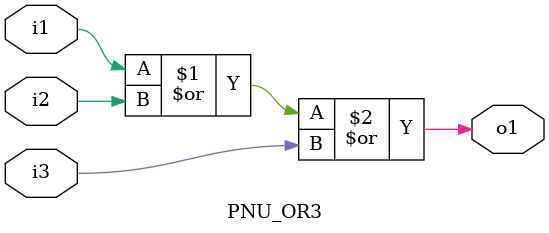
<source format=v>
/***********************
*
* Jong-gyu Park
* pjk5401@gmail.com
* 2016/09/02
*
***********************/

module PNU_OR3(i1, i2, i3, o1);
    input i1, i2, i3;
    output o1;
    assign o1 = i1 | i2 | i3;
endmodule
</source>
